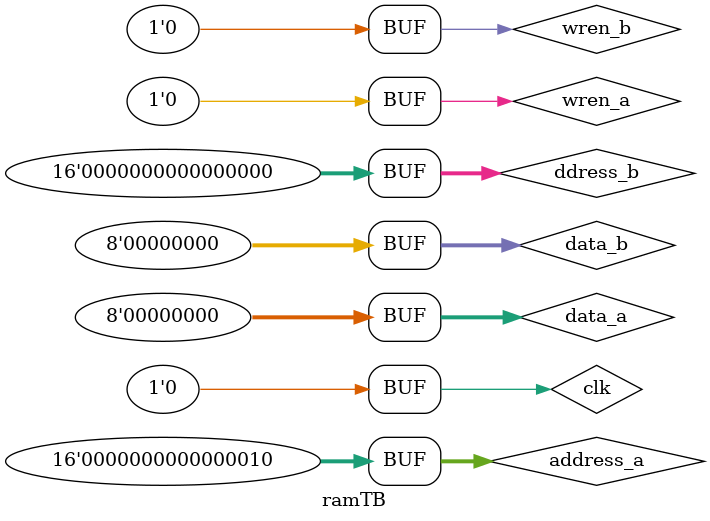
<source format=sv>
`timescale 1ns / 1ps
module ramTB();

    logic [15:0]address_a = 16'b0;
	logic [15:0]ddress_b = 16'b0;
	logic clk;
	logic [7:0]data_a = 8'b0;
    logic[7:0] data_b = 8'b0;
    logic wren_a = 1'b0;
    logic wren_b = 1'b0;
	logic [7:0] q_a;
    logic[7:0] q_b; 

	 
	 
 sdram sdram(address_a,address_b,clk,~clk,
				data_a,data_b,wren_a,wren_b,
				q_a,q_b);

    initial begin
 
        address_a <= 16'b01;
        #10;
        
        address_a <= 16'b10;
        #10;
    end

    always begin
	    clk <= 1; #5; clk <= 0; #5;
    end

endmodule
</source>
